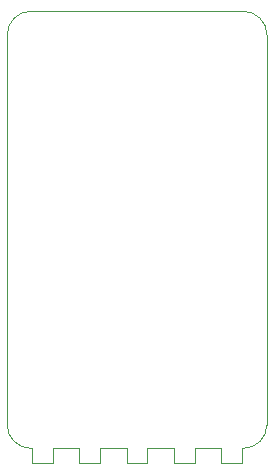
<source format=gbr>
%TF.GenerationSoftware,KiCad,Pcbnew,6.0.11-2627ca5db0~126~ubuntu20.04.1*%
%TF.CreationDate,2023-06-08T18:55:48-04:00*%
%TF.ProjectId,nixitest1,6e697869-7465-4737-9431-2e6b69636164,rev?*%
%TF.SameCoordinates,Original*%
%TF.FileFunction,Profile,NP*%
%FSLAX46Y46*%
G04 Gerber Fmt 4.6, Leading zero omitted, Abs format (unit mm)*
G04 Created by KiCad (PCBNEW 6.0.11-2627ca5db0~126~ubuntu20.04.1) date 2023-06-08 18:55:48*
%MOMM*%
%LPD*%
G01*
G04 APERTURE LIST*
%TA.AperFunction,Profile*%
%ADD10C,0.100000*%
%TD*%
G04 APERTURE END LIST*
D10*
X79000000Y-60000000D02*
X79000000Y-93000000D01*
X93125000Y-96250000D02*
X93125000Y-95000000D01*
X94875000Y-96250000D02*
X93125000Y-96250000D01*
X99000000Y-95000000D02*
G75*
G03*
X101000000Y-93000000I0J2000000D01*
G01*
X90875000Y-96250000D02*
X89125000Y-96250000D01*
X86875000Y-95000000D02*
X86875000Y-96250000D01*
X81125000Y-96250000D02*
X82875000Y-96250000D01*
X90875000Y-95000000D02*
X93125000Y-95000000D01*
X101000000Y-93000000D02*
X101000000Y-60000000D01*
X79000000Y-93000000D02*
G75*
G03*
X81000000Y-95000000I2000000J0D01*
G01*
X82875000Y-95000000D02*
X85125000Y-95000000D01*
X98875000Y-96250000D02*
X97125000Y-96250000D01*
X82875000Y-96250000D02*
X82875000Y-95000000D01*
X99000000Y-95000000D02*
X98875000Y-95000000D01*
X81000000Y-58000000D02*
X99000000Y-58000000D01*
X81000000Y-95000000D02*
X81125000Y-95000000D01*
X89125000Y-96250000D02*
X89125000Y-95000000D01*
X94875000Y-95000000D02*
X94875000Y-96250000D01*
X85125000Y-96250000D02*
X85125000Y-95000000D01*
X90875000Y-95000000D02*
X90875000Y-96250000D01*
X81000000Y-58000000D02*
G75*
G03*
X79000000Y-60000000I0J-2000000D01*
G01*
X86875000Y-95000000D02*
X89125000Y-95000000D01*
X81125000Y-95000000D02*
X81125000Y-96250000D01*
X101000000Y-60000000D02*
G75*
G03*
X99000000Y-58000000I-2000000J0D01*
G01*
X98875000Y-95000000D02*
X98875000Y-96250000D01*
X86875000Y-96250000D02*
X85125000Y-96250000D01*
X97125000Y-96250000D02*
X97125000Y-95000000D01*
X94875000Y-95000000D02*
X97125000Y-95000000D01*
M02*

</source>
